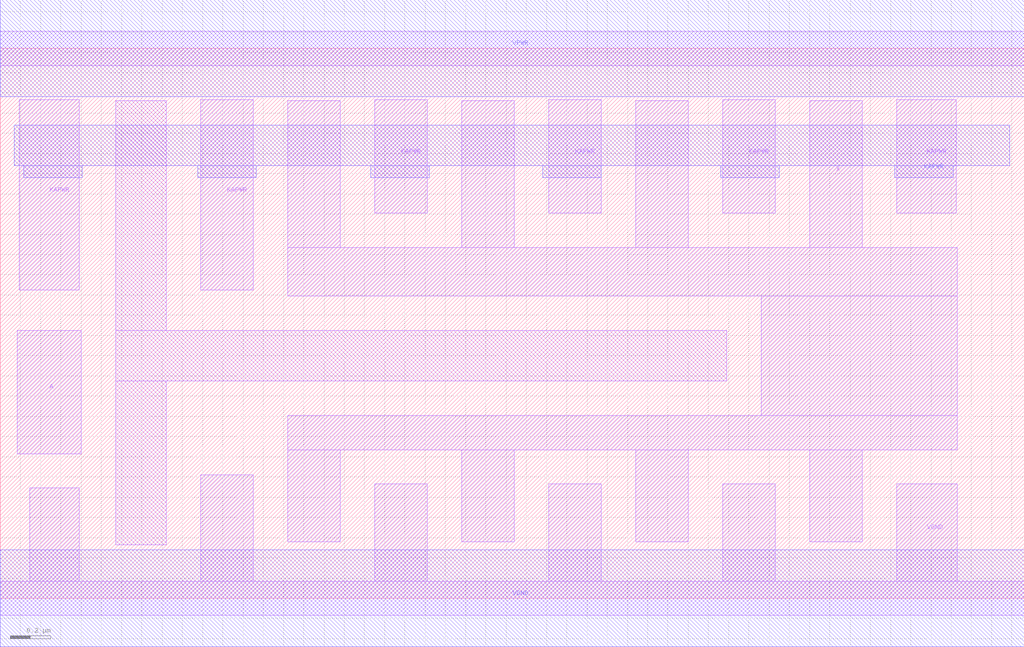
<source format=lef>
# Copyright 2020 The SkyWater PDK Authors
#
# Licensed under the Apache License, Version 2.0 (the "License");
# you may not use this file except in compliance with the License.
# You may obtain a copy of the License at
#
#     https://www.apache.org/licenses/LICENSE-2.0
#
# Unless required by applicable law or agreed to in writing, software
# distributed under the License is distributed on an "AS IS" BASIS,
# WITHOUT WARRANTIES OR CONDITIONS OF ANY KIND, either express or implied.
# See the License for the specific language governing permissions and
# limitations under the License.
#
# SPDX-License-Identifier: Apache-2.0

VERSION 5.5 ;
NAMESCASESENSITIVE ON ;
BUSBITCHARS "[]" ;
DIVIDERCHAR "/" ;
MACRO sky130_fd_sc_hd__lpflow_clkbufkapwr_8
  CLASS CORE ;
  SOURCE USER ;
  ORIGIN  0.000000  0.000000 ;
  SIZE  5.060000 BY  2.720000 ;
  SYMMETRY X Y R90 ;
  SITE unithd ;
  PIN A
    ANTENNAGATEAREA  0.426000 ;
    DIRECTION INPUT ;
    USE SIGNAL ;
    PORT
      LAYER li1 ;
        RECT 0.085000 0.715000 0.400000 1.325000 ;
    END
  END A
  PIN X
    ANTENNADIFFAREA  1.590400 ;
    DIRECTION OUTPUT ;
    USE SIGNAL ;
    PORT
      LAYER li1 ;
        RECT 1.420000 0.280000 1.680000 0.735000 ;
        RECT 1.420000 0.735000 4.730000 0.905000 ;
        RECT 1.420000 1.495000 4.730000 1.735000 ;
        RECT 1.420000 1.735000 1.680000 2.460000 ;
        RECT 2.280000 0.280000 2.540000 0.735000 ;
        RECT 2.280000 1.735000 2.540000 2.460000 ;
        RECT 3.140000 0.280000 3.400000 0.735000 ;
        RECT 3.140000 1.735000 3.400000 2.460000 ;
        RECT 3.760000 0.905000 4.730000 1.495000 ;
        RECT 4.000000 0.280000 4.260000 0.735000 ;
        RECT 4.000000 1.735000 4.260000 2.460000 ;
    END
  END X
  PIN KAPWR
    DIRECTION INOUT ;
    SHAPE ABUTMENT ;
    USE POWER ;
    PORT
      LAYER li1 ;
        RECT 0.095000 1.525000 0.390000 2.465000 ;
    END
    PORT
      LAYER li1 ;
        RECT 0.990000 1.525000 1.250000 2.465000 ;
    END
    PORT
      LAYER li1 ;
        RECT 1.850000 1.905000 2.110000 2.465000 ;
    END
    PORT
      LAYER li1 ;
        RECT 2.710000 1.905000 2.970000 2.465000 ;
    END
    PORT
      LAYER li1 ;
        RECT 3.570000 1.905000 3.830000 2.465000 ;
    END
    PORT
      LAYER li1 ;
        RECT 4.430000 1.905000 4.725000 2.465000 ;
    END
    PORT
      LAYER met1 ;
        RECT 0.070000 2.140000 4.990000 2.340000 ;
        RECT 0.115000 2.080000 0.405000 2.140000 ;
        RECT 0.975000 2.080000 1.265000 2.140000 ;
        RECT 1.830000 2.080000 2.120000 2.140000 ;
        RECT 2.680000 2.080000 2.970000 2.140000 ;
        RECT 3.560000 2.080000 3.850000 2.140000 ;
        RECT 4.420000 2.080000 4.710000 2.140000 ;
    END
  END KAPWR
  PIN VGND
    DIRECTION INOUT ;
    SHAPE ABUTMENT ;
    USE GROUND ;
    PORT
      LAYER li1 ;
        RECT 0.000000 -0.085000 5.060000 0.085000 ;
        RECT 0.145000  0.085000 0.390000 0.545000 ;
        RECT 0.990000  0.085000 1.250000 0.610000 ;
        RECT 1.850000  0.085000 2.110000 0.565000 ;
        RECT 2.710000  0.085000 2.970000 0.565000 ;
        RECT 3.570000  0.085000 3.830000 0.565000 ;
        RECT 4.430000  0.085000 4.730000 0.565000 ;
    END
    PORT
      LAYER met1 ;
        RECT 0.000000 -0.240000 5.060000 0.240000 ;
    END
  END VGND
  PIN VPWR
    DIRECTION INOUT ;
    SHAPE ABUTMENT ;
    USE POWER ;
    PORT
      LAYER li1 ;
        RECT 0.000000 2.635000 5.060000 2.805000 ;
    END
    PORT
      LAYER met1 ;
        RECT 0.000000 2.480000 5.060000 2.960000 ;
    END
  END VPWR
  OBS
    LAYER li1 ;
      RECT 0.570000 0.265000 0.820000 1.075000 ;
      RECT 0.570000 1.075000 3.590000 1.325000 ;
      RECT 0.570000 1.325000 0.820000 2.460000 ;
  END
END sky130_fd_sc_hd__lpflow_clkbufkapwr_8
END LIBRARY

</source>
